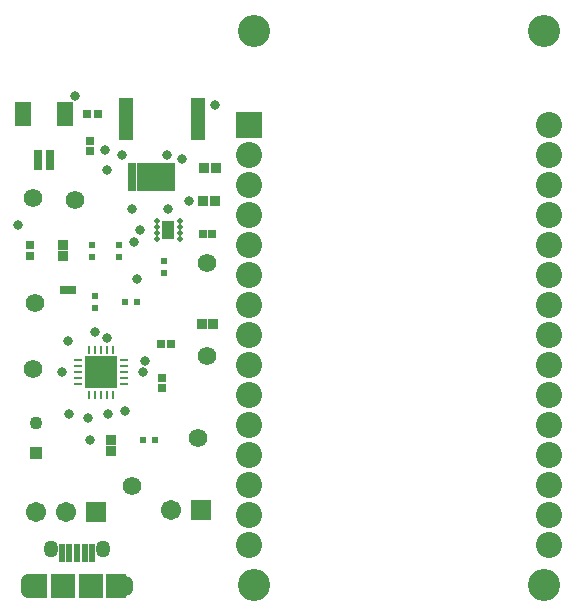
<source format=gts>
G04*
G04 #@! TF.GenerationSoftware,Altium Limited,Altium Designer,20.0.2 (26)*
G04*
G04 Layer_Color=8388736*
%FSLAX25Y25*%
%MOIN*%
G70*
G01*
G75*
%ADD17R,0.01968X0.01968*%
%ADD19R,0.02362X0.01968*%
%ADD20R,0.01968X0.01968*%
%ADD23R,0.01968X0.02362*%
G04:AMPARAMS|DCode=24|XSize=9.42mil|YSize=28.7mil|CornerRadius=4.71mil|HoleSize=0mil|Usage=FLASHONLY|Rotation=90.000|XOffset=0mil|YOffset=0mil|HoleType=Round|Shape=RoundedRectangle|*
%AMROUNDEDRECTD24*
21,1,0.00942,0.01929,0,0,90.0*
21,1,0.00000,0.02870,0,0,90.0*
1,1,0.00942,0.00964,0.00000*
1,1,0.00942,0.00964,0.00000*
1,1,0.00942,-0.00964,0.00000*
1,1,0.00942,-0.00964,0.00000*
%
%ADD24ROUNDEDRECTD24*%
G04:AMPARAMS|DCode=25|XSize=28.7mil|YSize=9.42mil|CornerRadius=4.71mil|HoleSize=0mil|Usage=FLASHONLY|Rotation=90.000|XOffset=0mil|YOffset=0mil|HoleType=Round|Shape=RoundedRectangle|*
%AMROUNDEDRECTD25*
21,1,0.02870,0.00000,0,0,90.0*
21,1,0.01929,0.00942,0,0,90.0*
1,1,0.00942,0.00000,0.00964*
1,1,0.00942,0.00000,-0.00964*
1,1,0.00942,0.00000,-0.00964*
1,1,0.00942,0.00000,0.00964*
%
%ADD25ROUNDEDRECTD25*%
%ADD26R,0.00942X0.02870*%
%ADD36R,0.02816X0.02648*%
%ADD38R,0.02648X0.02816*%
%ADD44R,0.03635X0.03517*%
%ADD45R,0.03556X0.03359*%
%ADD46R,0.02965X0.03162*%
%ADD47R,0.11024X0.11024*%
%ADD48R,0.07887X0.08280*%
%ADD49R,0.02375X0.06115*%
%ADD50R,0.02769X0.02572*%
%ADD51C,0.01981*%
%ADD52R,0.04343X0.05918*%
%ADD53R,0.05131X0.14186*%
%ADD54R,0.02769X0.05524*%
%ADD55R,0.02769X0.02375*%
%ADD56R,0.10249X0.09501*%
%ADD57R,0.03535X0.03417*%
%ADD58R,0.05524X0.07887*%
%ADD59R,0.03162X0.06902*%
%ADD60R,0.03162X0.02965*%
%ADD61R,0.06658X0.08280*%
%ADD62R,0.06658X0.08280*%
%ADD63C,0.06181*%
%ADD64R,0.06706X0.06706*%
%ADD65C,0.06706*%
%ADD66O,0.04934X0.05721*%
%ADD67O,0.05323X0.08280*%
%ADD68O,0.05323X0.06880*%
%ADD69R,0.08674X0.08674*%
%ADD70C,0.08674*%
%ADD71C,0.10711*%
%ADD72C,0.04331*%
%ADD73R,0.04331X0.04331*%
%ADD74C,0.03162*%
D17*
X144032Y382500D02*
D03*
X147968D02*
D03*
D19*
X128000Y430469D02*
D03*
Y426532D02*
D03*
D20*
X151000Y438031D02*
D03*
Y441968D02*
D03*
X136000Y443532D02*
D03*
Y447469D02*
D03*
X127000D02*
D03*
Y443532D02*
D03*
D23*
X138031Y428500D02*
D03*
X141969D02*
D03*
D24*
X122462Y401063D02*
D03*
Y403031D02*
D03*
Y405000D02*
D03*
Y406968D02*
D03*
Y408937D02*
D03*
X137538D02*
D03*
Y406968D02*
D03*
Y405000D02*
D03*
Y403031D02*
D03*
Y401063D02*
D03*
D25*
X126063Y412538D02*
D03*
X128032D02*
D03*
X130000D02*
D03*
X131968D02*
D03*
X133937D02*
D03*
Y397462D02*
D03*
X131968D02*
D03*
X130000D02*
D03*
X128032D02*
D03*
D26*
X126063D02*
D03*
D36*
X129000Y491000D02*
D03*
X125232D02*
D03*
D38*
X106500Y447384D02*
D03*
Y443616D02*
D03*
D44*
X133500Y382311D02*
D03*
Y378689D02*
D03*
X117500Y443689D02*
D03*
D45*
X163760Y421000D02*
D03*
X167500D02*
D03*
X164500Y473000D02*
D03*
X168240D02*
D03*
X164130Y462000D02*
D03*
X167870D02*
D03*
D46*
X150500Y403173D02*
D03*
Y399827D02*
D03*
X126500Y482000D02*
D03*
Y478653D02*
D03*
D47*
X130000Y405000D02*
D03*
D48*
X117472Y333848D02*
D03*
X126528D02*
D03*
D49*
X127118Y344872D02*
D03*
X124559D02*
D03*
X122000D02*
D03*
X119441D02*
D03*
X116882D02*
D03*
D50*
X164024Y451000D02*
D03*
X166976D02*
D03*
X120476Y432500D02*
D03*
X117524D02*
D03*
D51*
X148563Y455453D02*
D03*
Y453484D02*
D03*
Y451516D02*
D03*
Y449547D02*
D03*
X156437D02*
D03*
Y451516D02*
D03*
Y453484D02*
D03*
Y455453D02*
D03*
D52*
X152500Y452500D02*
D03*
D53*
X138492Y489500D02*
D03*
X162508D02*
D03*
D54*
X140504Y472165D02*
D03*
X153496D02*
D03*
D55*
X140504Y468425D02*
D03*
Y466260D02*
D03*
X153496D02*
D03*
Y468425D02*
D03*
D56*
X147000Y470000D02*
D03*
D57*
X117500Y447311D02*
D03*
D58*
X103913Y490980D02*
D03*
X118087D02*
D03*
D59*
X109031Y475724D02*
D03*
X112969D02*
D03*
D60*
X150000Y414500D02*
D03*
X153347D02*
D03*
D61*
X108835Y333848D02*
D03*
D62*
X135165Y333848D02*
D03*
D63*
X140500Y367000D02*
D03*
X165500Y410500D02*
D03*
X162500Y383000D02*
D03*
X107500Y406000D02*
D03*
X165500Y441500D02*
D03*
X121500Y462500D02*
D03*
X107500Y463000D02*
D03*
X108000Y428000D02*
D03*
D64*
X128500Y358500D02*
D03*
X163500Y359000D02*
D03*
D65*
X118500Y358500D02*
D03*
X108500D02*
D03*
X153500Y359000D02*
D03*
D66*
X113240Y346152D02*
D03*
X130760D02*
D03*
D67*
X105907Y333848D02*
D03*
D68*
X138093D02*
D03*
D69*
X179500Y487500D02*
D03*
D70*
Y477500D02*
D03*
Y467500D02*
D03*
Y457500D02*
D03*
Y447500D02*
D03*
Y437500D02*
D03*
Y427500D02*
D03*
Y417500D02*
D03*
Y407500D02*
D03*
Y397500D02*
D03*
Y387500D02*
D03*
Y377500D02*
D03*
Y367500D02*
D03*
Y357500D02*
D03*
Y347500D02*
D03*
X279500Y487500D02*
D03*
Y477500D02*
D03*
Y467500D02*
D03*
Y457500D02*
D03*
Y447500D02*
D03*
Y437500D02*
D03*
Y427500D02*
D03*
Y417500D02*
D03*
Y407500D02*
D03*
Y397500D02*
D03*
Y387500D02*
D03*
Y377500D02*
D03*
Y367500D02*
D03*
Y357500D02*
D03*
Y347500D02*
D03*
D71*
X181154Y333996D02*
D03*
X277650D02*
D03*
Y518839D02*
D03*
X181154D02*
D03*
D72*
X108500Y387921D02*
D03*
D73*
Y378079D02*
D03*
D74*
X137000Y477500D02*
D03*
X132000Y472500D02*
D03*
X131500Y479000D02*
D03*
X142000Y436000D02*
D03*
X121500Y497000D02*
D03*
X141000Y448500D02*
D03*
X168000Y494000D02*
D03*
X159244Y462125D02*
D03*
X157000Y476000D02*
D03*
X117000Y405000D02*
D03*
X152000Y477500D02*
D03*
X119000Y415500D02*
D03*
X152500Y459500D02*
D03*
X126311Y382311D02*
D03*
X119500Y391000D02*
D03*
X128041Y418541D02*
D03*
X144781Y408718D02*
D03*
X138000Y391995D02*
D03*
X132500Y391000D02*
D03*
X144000Y405000D02*
D03*
X132000Y416500D02*
D03*
X125583Y389750D02*
D03*
X102500Y454000D02*
D03*
X143000Y452500D02*
D03*
X140500Y459500D02*
D03*
M02*

</source>
